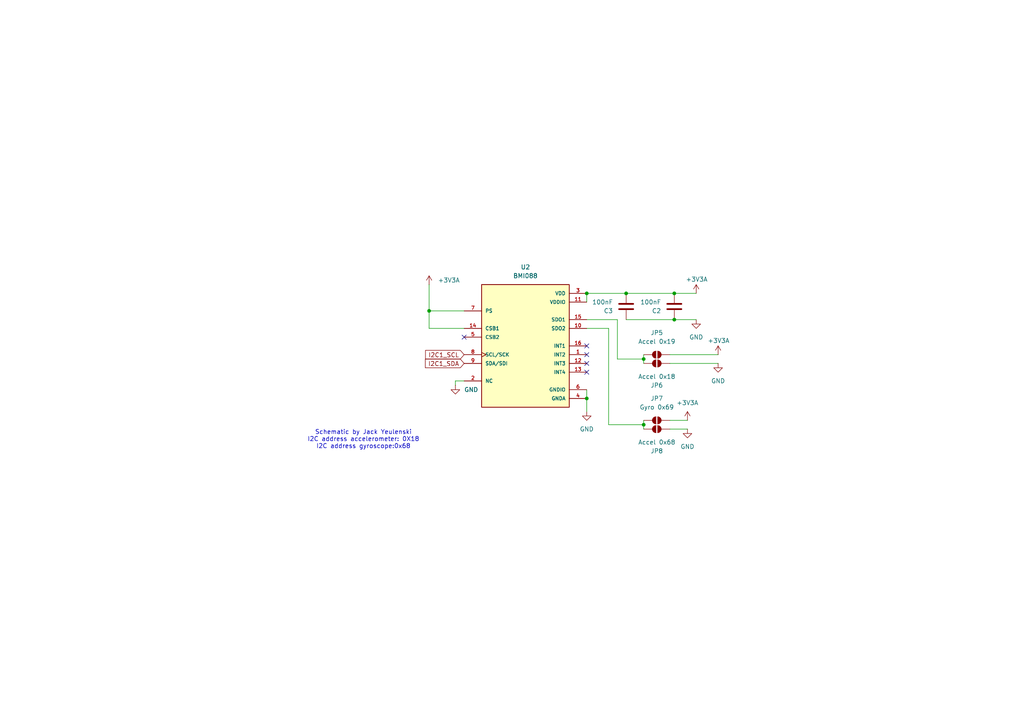
<source format=kicad_sch>
(kicad_sch (version 20250114) (generator "eeschema") (generator_version "9.0")
  (paper "A4")
  (lib_symbols
    (symbol "BMI088:BMI088" (pin_names (offset 1.016))
      (property "Reference" "U" (at -12.7 18.415 0))
      (property "Value" "BMI088" (at -12.7 -20.32 0))
      (symbol "BMI088_0_0"
        (rectangle (start -12.7 -17.78) (end 12.7 17.78) (stroke (width 0.254)) (fill (type background)))
        (pin input line (at -17.78 10.16 0) (length 5.08) (name "PS") (number "7"))
        (pin input line (at -17.78 5.08 0) (length 5.08) (name "CSB1") (number "14"))
        (pin input line (at -17.78 2.54 0) (length 5.08) (name "CSB2") (number "5"))
        (pin input clock (at -17.78 -2.54 0) (length 5.08) (name "SCL/SCK") (number "8"))
        (pin bidirectional line (at -17.78 -5.08 0) (length 5.08) (name "SDA/SDI") (number "9"))
        (pin passive line (at -17.78 -10.16 0) (length 5.08) (name "NC") (number "2"))
        (pin power_in line (at 17.78 15.24 180) (length 5.08) (name "VDD") (number "3"))
        (pin power_in line (at 17.78 12.7 180) (length 5.08) (name "VDDIO") (number "11"))
        (pin output line (at 17.78 7.62 180) (length 5.08) (name "SDO1") (number "15"))
        (pin output line (at 17.78 5.08 180) (length 5.08) (name "SDO2") (number "10"))
        (pin bidirectional line (at 17.78 0 180) (length 5.08) (name "INT1") (number "16"))
        (pin bidirectional line (at 17.78 -2.54 180) (length 5.08) (name "INT2") (number "1"))
        (pin bidirectional line (at 17.78 -5.08 180) (length 5.08) (name "INT3") (number "12"))
        (pin bidirectional line (at 17.78 -7.62 180) (length 5.08) (name "INT4") (number "13"))
        (pin power_in line (at 17.78 -12.7 180) (length 5.08) (name "GNDIO") (number "6"))
        (pin power_in line (at 17.78 -15.24 180) (length 5.08) (name "GNDA") (number "4"))
      )
    )
    (symbol "Device:C" (pin_numbers (hide yes)) (pin_names (offset 0.254))
      (property "Reference" "C" (at 0.635 2.54 0))
      (property "Value" "C" (at 0.635 -2.54 0))
      (symbol "C_0_1"
        (polyline (pts (xy -2.032 0.762) (xy 2.032 0.762)) (stroke (width 0.508)))
        (polyline (pts (xy -2.032 -0.762) (xy 2.032 -0.762)) (stroke (width 0.508)))
      )
      (symbol "C_1_1"
        (pin passive line (at 0 3.81 270) (length 2.794) (name "~") (number "1"))
        (pin passive line (at 0 -3.81 90) (length 2.794) (name "~") (number "2"))
      )
    )
    (symbol "Jumper:SolderJumper_2_Open" (pin_numbers (hide yes)) (pin_names (offset 0) (hide yes)) (in_bom no)
      (property "Reference" "JP" (at 0 2.032 0))
      (property "Value" "SolderJumper_2_Open" (at 0 -2.54 0))
      (symbol "SolderJumper_2_Open_0_1"
        (polyline (pts (xy -0.254 1.016) (xy -0.254 -1.016)))
        (arc (start -0.254 -1.016) (mid -1.2656 0) (end -0.254 1.016))
        (arc (start -0.254 -1.016) (mid -1.2656 0) (end -0.254 1.016) (fill (type outline)))
        (arc (start 0.254 1.016) (mid 1.2656 0) (end 0.254 -1.016))
        (arc (start 0.254 1.016) (mid 1.2656 0) (end 0.254 -1.016) (fill (type outline)))
        (polyline (pts (xy 0.254 1.016) (xy 0.254 -1.016)))
      )
      (symbol "SolderJumper_2_Open_1_1"
        (pin passive line (at -3.81 0 0) (length 2.54) (name "A") (number "1"))
        (pin passive line (at 3.81 0 180) (length 2.54) (name "B") (number "2"))
      )
    )
    (symbol "power:+3V3" (power) (pin_numbers (hide yes)) (pin_names (offset 0) (hide yes))
      (property "Value" "+3V3" (at 0 3.556 0))
      (symbol "+3V3_0_1"
        (polyline (pts (xy -0.762 1.27) (xy 0 2.54)))
        (polyline (pts (xy 0 2.54) (xy 0.762 1.27)))
        (polyline (pts (xy 0 0) (xy 0 2.54)))
      )
      (symbol "+3V3_1_1"
        (pin power_in line (at 0 0 90) (length 0) (name "~") (number "1"))
      )
    )
    (symbol "power:GND" (power) (pin_numbers (hide yes)) (pin_names (offset 0) (hide yes))
      (property "Value" "GND" (at 0 -3.81 0))
      (symbol "GND_0_1"
        (polyline (pts (xy 0 0) (xy 0 -1.27) (xy 1.27 -1.27) (xy 0 -2.54) (xy -1.27 -1.27) (xy 0 -1.27)))
      )
      (symbol "GND_1_1"
        (pin power_in line (at 0 0 270) (length 0) (name "~") (number "1"))
      )
    )
    (symbol "power:VDD" (power) (pin_numbers (hide yes)) (pin_names (offset 0) (hide yes))
      (property "Value" "VDD" (at 0 3.556 0))
      (symbol "VDD_0_1"
        (polyline (pts (xy -0.762 1.27) (xy 0 2.54)))
        (polyline (pts (xy 0 2.54) (xy 0.762 1.27)))
        (polyline (pts (xy 0 0) (xy 0 2.54)))
      )
      (symbol "VDD_1_1"
        (pin power_in line (at 0 0 90) (length 0) (name "~") (number "1"))
      )
    )
  )
  (text "Schematic by Jack Yeulenski\nI2C address accelerometer: 0X18\nI2C address gyroscope:0x68" (at 105.41 127.508 0) (effects (font (size 1.27 1.27))))
  (junction (at 170.18 85.09))
  (junction (at 195.58 85.09))
  (junction (at 181.61 85.09))
  (junction (at 186.69 123.19))
  (junction (at 124.46 90.17))
  (junction (at 195.58 92.71))
  (junction (at 170.18 115.57))
  (junction (at 186.69 104.14))
  (no_connect (at 170.18 107.95))
  (no_connect (at 170.18 102.87))
  (no_connect (at 170.18 100.33))
  (no_connect (at 170.18 105.41))
  (no_connect (at 134.62 97.79))
  (wire (pts (xy 170.18 95.25) (xy 176.53 95.25)))
  (wire (pts (xy 176.53 123.19) (xy 186.69 123.19)))
  (wire (pts (xy 186.69 123.19) (xy 186.69 124.46)))
  (wire (pts (xy 181.61 85.09) (xy 195.58 85.09)))
  (wire (pts (xy 170.18 115.57) (xy 170.18 119.38)))
  (wire (pts (xy 179.07 104.14) (xy 186.69 104.14)))
  (wire (pts (xy 124.46 90.17) (xy 134.62 90.17)))
  (wire (pts (xy 194.31 124.46) (xy 199.39 124.46)))
  (wire (pts (xy 124.46 82.55) (xy 124.46 90.17)))
  (wire (pts (xy 186.69 104.14) (xy 186.69 102.87)))
  (wire (pts (xy 134.62 95.25) (xy 124.46 95.25)))
  (wire (pts (xy 170.18 85.09) (xy 181.61 85.09)))
  (wire (pts (xy 181.61 92.71) (xy 195.58 92.71)))
  (wire (pts (xy 170.18 113.03) (xy 170.18 115.57)))
  (wire (pts (xy 186.69 104.14) (xy 186.69 105.41)))
  (wire (pts (xy 194.31 121.92) (xy 199.39 121.92)))
  (wire (pts (xy 134.62 110.49) (xy 132.08 110.49)))
  (wire (pts (xy 170.18 85.09) (xy 170.18 87.63)))
  (wire (pts (xy 124.46 90.17) (xy 124.46 95.25)))
  (wire (pts (xy 195.58 92.71) (xy 201.93 92.71)))
  (wire (pts (xy 194.31 105.41) (xy 208.28 105.41)))
  (wire (pts (xy 195.58 85.09) (xy 201.93 85.09)))
  (wire (pts (xy 176.53 95.25) (xy 176.53 123.19)))
  (wire (pts (xy 179.07 92.71) (xy 179.07 104.14)))
  (wire (pts (xy 194.31 102.87) (xy 208.28 102.87)))
  (wire (pts (xy 132.08 110.49) (xy 132.08 111.76)))
  (wire (pts (xy 170.18 92.71) (xy 179.07 92.71)))
  (wire (pts (xy 186.69 121.92) (xy 186.69 123.19)))
  (global_label "I2C1_SCL" (shape input) (at 134.62 102.87 180) (property "Intersheetrefs" "${INTERSHEET_REFS}" (effects (hide yes))))
  (global_label "I2C1_SDA" (shape input) (at 134.62 105.41 180) (property "Intersheetrefs" "${INTERSHEET_REFS}" (effects (hide yes))))
  (symbol (lib_id "power:VDD") (at 201.93 85.09 0) (unit 1)
    (property "Reference" "#PWR03" (effects (hide yes)))
    (property "Value" "+3V3A" (at 198.882 81.0259 0) (effects (justify left)))
    (property "Description" "Power symbol creates a global label with name \"VDD\"" (effects (hide yes)))
  )
  (symbol (lib_id "power:VDD") (at 208.28 102.87 0) (unit 1)
    (property "Reference" "#PWR0111" (effects (hide yes)))
    (property "Value" "+3V3A" (at 205.232 98.8059 0) (effects (justify left)))
    (property "Description" "Power symbol creates a global label with name \"VDD\"" (effects (hide yes)))
  )
  (symbol (lib_id "power:VDD") (at 124.46 82.55 0) (unit 1)
    (property "Reference" "#PWR05" (effects (hide yes)))
    (property "Value" "+3V3A" (at 127 81.2799 0) (effects (justify left)))
    (property "Description" "Power symbol creates a global label with name \"VDD\"" (effects (hide yes)))
  )
  (symbol (lib_id "power:GND") (at 170.18 119.38 0) (unit 1)
    (property "Reference" "#PWR084" (effects (hide yes)))
    (property "Value" "GND" (at 170.18 124.46 0))
    (property "Description" "Power symbol creates a global label with name \"GND\" , ground" (effects (hide yes)))
  )
  (symbol (lib_id "Device:C") (at 181.61 88.9 180) (unit 1)
    (property "Reference" "C3" (at 177.8 90.1701 0) (effects (justify left)))
    (property "Value" "100nF" (at 177.8 87.6301 0) (effects (justify left)))
    (property "Footprint" "Capacitor_SMD:C_0603_1608Metric_Pad1.08x0.95mm_HandSolder" (effects (hide yes)))
    (property "Description" "Unpolarized capacitor" (effects (hide yes)))
  )
  (symbol (lib_id "power:GND") (at 132.08 111.76 0) (unit 1)
    (property "Reference" "#PWR095" (effects (hide yes)))
    (property "Value" "GND" (at 134.62 113.0299 0) (effects (justify left)))
    (property "Description" "Power symbol creates a global label with name \"GND\" , ground" (effects (hide yes)))
  )
  (symbol (lib_id "Jumper:SolderJumper_2_Open") (at 190.5 105.41 180) (unit 1) (in_bom no)
    (property "Reference" "JP6" (at 190.5 111.76 0))
    (property "Value" "Accel 0x18" (at 190.5 109.22 0))
    (property "Footprint" "Jumper:SolderJumper-2_P1.3mm_Open_RoundedPad1.0x1.5mm" (effects (hide yes)))
    (property "Description" "Solder Jumper, 2-pole, open" (effects (hide yes)))
  )
  (symbol (lib_id "power:GND") (at 199.39 124.46 0) (unit 1)
    (property "Reference" "#PWR0110" (effects (hide yes)))
    (property "Value" "GND" (at 199.39 129.54 0))
    (property "Description" "Power symbol creates a global label with name \"GND\" , ground" (effects (hide yes)))
  )
  (symbol (lib_id "BMI088:BMI088") (at 152.4 100.33 0) (unit 1)
    (property "Reference" "U2" (at 152.4 77.47 0))
    (property "Value" "BMI088" (at 152.4 80.01 0))
    (property "Footprint" "BMI088:PQFN50P450X300X100-16N" (effects (hide yes)))
    (property "MF" "Bosch Sensortec" (effects (hide yes)))
    (property "PURCHASE-URL" "https://pricing.snapeda.com/search/part/BMI088/?ref=eda" (effects (hide yes)))
    (property "PACKAGE" "VFLGA-16 Bosch Sensortec" (effects (hide yes)))
    (property "PRICE" "None" (effects (hide yes)))
    (property "MP" "BMI088" (effects (hide yes)))
    (property "AVAILABILITY" "In Stock" (effects (hide yes)))
    (property "DESCRIPTION" "Accelerometer, Gyroscope, 6 Axis Sensor I²C, SPI Output" (effects (hide yes)))
  )
  (symbol (lib_id "power:+3V3") (at 199.39 121.92 0) (unit 1)
    (property "Reference" "#PWR0112" (effects (hide yes)))
    (property "Value" "+3V3A" (at 199.39 116.84 0))
    (property "Description" "Power symbol creates a global label with name \"+3V3\"" (effects (hide yes)))
  )
  (symbol (lib_id "Jumper:SolderJumper_2_Open") (at 190.5 124.46 180) (unit 1) (in_bom no)
    (property "Reference" "JP8" (at 190.5 130.81 0))
    (property "Value" "Accel 0x68" (at 190.5 128.27 0))
    (property "Footprint" "Jumper:SolderJumper-2_P1.3mm_Open_RoundedPad1.0x1.5mm" (effects (hide yes)))
    (property "Description" "Solder Jumper, 2-pole, open" (effects (hide yes)))
  )
  (symbol (lib_id "Jumper:SolderJumper_2_Open") (at 190.5 121.92 0) (unit 1) (in_bom no)
    (property "Reference" "JP7" (at 190.5 115.57 0))
    (property "Value" "Gyro 0x69" (at 190.5 118.11 0))
    (property "Footprint" "Jumper:SolderJumper-2_P1.3mm_Open_RoundedPad1.0x1.5mm" (effects (hide yes)))
    (property "Description" "Solder Jumper, 2-pole, open" (effects (hide yes)))
  )
  (symbol (lib_id "power:GND") (at 201.93 92.71 0) (unit 1)
    (property "Reference" "#PWR04" (effects (hide yes)))
    (property "Value" "GND" (at 201.93 97.79 0))
    (property "Description" "Power symbol creates a global label with name \"GND\" , ground" (effects (hide yes)))
  )
  (symbol (lib_id "Jumper:SolderJumper_2_Open") (at 190.5 102.87 0) (unit 1) (in_bom no)
    (property "Reference" "JP5" (at 190.5 96.52 0))
    (property "Value" "Accel 0x19" (at 190.5 99.06 0))
    (property "Footprint" "Jumper:SolderJumper-2_P1.3mm_Open_RoundedPad1.0x1.5mm" (effects (hide yes)))
    (property "Description" "Solder Jumper, 2-pole, open" (effects (hide yes)))
  )
  (symbol (lib_id "Device:C") (at 195.58 88.9 180) (unit 1)
    (property "Reference" "C2" (at 191.77 90.1701 0) (effects (justify left)))
    (property "Value" "100nF" (at 191.77 87.6301 0) (effects (justify left)))
    (property "Footprint" "Capacitor_SMD:C_0603_1608Metric_Pad1.08x0.95mm_HandSolder" (effects (hide yes)))
    (property "Description" "Unpolarized capacitor" (effects (hide yes)))
  )
  (symbol (lib_id "power:GND") (at 208.28 105.41 0) (unit 1)
    (property "Reference" "#PWR094" (effects (hide yes)))
    (property "Value" "GND" (at 208.28 110.49 0))
    (property "Description" "Power symbol creates a global label with name \"GND\" , ground" (effects (hide yes)))
  )
)
</source>
